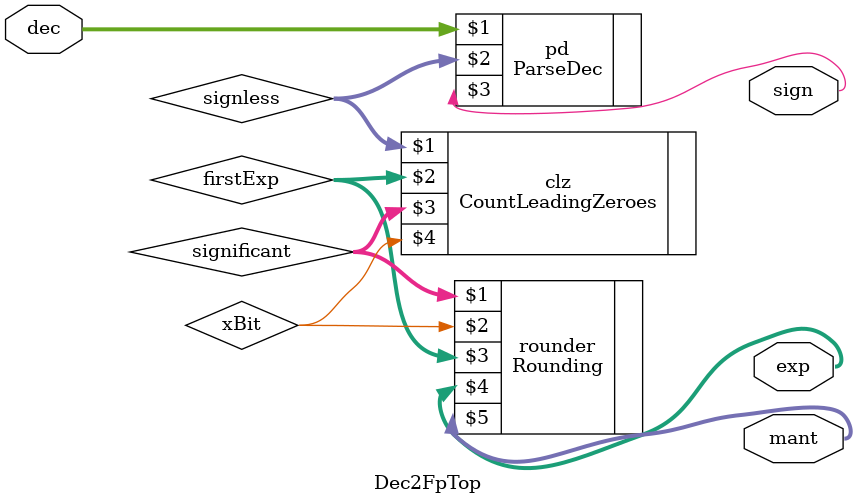
<source format=v>
module Dec2FpTop(dec, sign, exp, mant);

input [11:0] dec;
output sign;
output [2:0] exp;
output [3:0] mant;


    wire [10:0] signless;
    wire [3:0] significant;
    wire [2:0] firstExp;
    wire xBit;

ParseDec pd(dec, signless, sign);
CountLeadingZeroes clz(signless, firstExp, significant, xBit);
Rounding rounder(significant, xBit, firstExp, exp, mant);

endmodule
</source>
